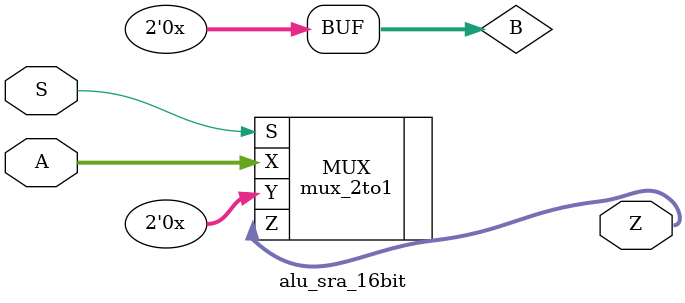
<source format=v>
`timescale 1ns / 1ps
`default_nettype none
module alu_sra_16bit(A, S, Z);

    parameter N = 2;

	//port definitions

	input wire [(N-1):0] A;
	input wire S;
    output wire [(N-1):0] Z;
    wire [(N-1):0] B;

    assign B[N-17:0] = A[N-1:16];
    assign B[N-1:N-16] = 16'b1;
    
	mux_2to1 #(.N(N)) MUX (.X(A), .Y(B), .S(S), .Z(Z));
endmodule
`default_nettype wire

</source>
